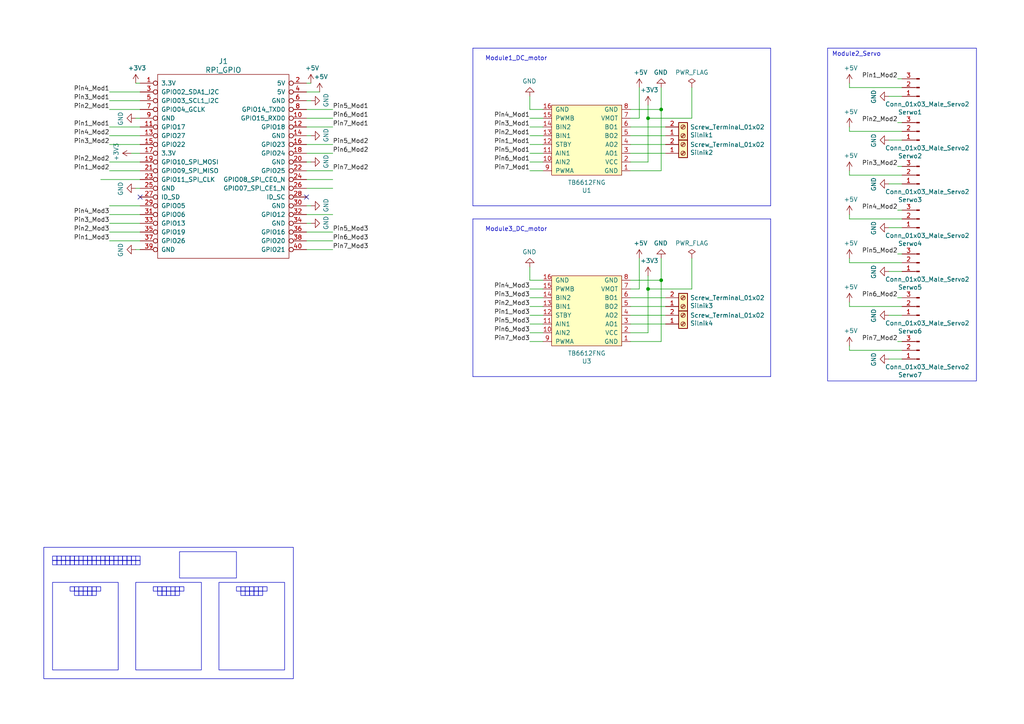
<source format=kicad_sch>
(kicad_sch (version 20230121) (generator eeschema)
  (paper "A4")
  (title_block (title "Mult_Trap_shield_prototype"))
  (lib_symbols
    (symbol "Connector-ML:RPi_GPIO" (pin_names (offset 1.016))
      (property "Reference" "J" (at 19.05 6.35 0))
      (property "Value" "RPi_GPIO" (at 19.05 3.81 0))
      (symbol "RPi_GPIO_0_1"
        (rectangle (start 0 2.54) (end 38.1 -50.8))
      )
      (symbol "RPi_GPIO_1_1"
        (pin power_in inverted (at -5.08 0 0) (length 5.08) (name "3.3V") (number "1"))
        (pin bidirectional inverted (at 43.18 -10.16 180) (length 5.08) (name "GPIO15_RXD0") (number "10"))
        (pin bidirectional inverted (at -5.08 -12.7 0) (length 5.08) (name "GPIO17") (number "11"))
        (pin bidirectional inverted (at 43.18 -12.7 180) (length 5.08) (name "GPIO18") (number "12"))
        (pin bidirectional inverted (at -5.08 -15.24 0) (length 5.08) (name "GPIO27") (number "13"))
        (pin power_in inverted (at 43.18 -15.24 180) (length 5.08) (name "GND") (number "14"))
        (pin bidirectional inverted (at -5.08 -17.78 0) (length 5.08) (name "GPIO22") (number "15"))
        (pin bidirectional inverted (at 43.18 -17.78 180) (length 5.08) (name "GPIO23") (number "16"))
        (pin power_in inverted (at -5.08 -20.32 0) (length 5.08) (name "3.3V") (number "17"))
        (pin bidirectional inverted (at 43.18 -20.32 180) (length 5.08) (name "GPIO24") (number "18"))
        (pin bidirectional inverted (at -5.08 -22.86 0) (length 5.08) (name "GPIO10_SPI_MOSI") (number "19"))
        (pin power_in inverted (at 43.18 0 180) (length 5.08) (name "5V") (number "2"))
        (pin power_in inverted (at 43.18 -22.86 180) (length 5.08) (name "GND") (number "20"))
        (pin bidirectional inverted (at -5.08 -25.4 0) (length 5.08) (name "GPIO09_SPI_MISO") (number "21"))
        (pin bidirectional inverted (at 43.18 -25.4 180) (length 5.08) (name "GPIO25") (number "22"))
        (pin bidirectional inverted (at -5.08 -27.94 0) (length 5.08) (name "GPIO11_SPI_CLK") (number "23"))
        (pin bidirectional inverted (at 43.18 -27.94 180) (length 5.08) (name "GPIO08_SPI_CE0_N") (number "24"))
        (pin power_in inverted (at -5.08 -30.48 0) (length 5.08) (name "GND") (number "25"))
        (pin bidirectional inverted (at 43.18 -30.48 180) (length 5.08) (name "GPIO07_SPI_CE1_N") (number "26"))
        (pin bidirectional inverted (at -5.08 -33.02 0) (length 5.08) (name "ID_SD") (number "27"))
        (pin bidirectional inverted (at 43.18 -33.02 180) (length 5.08) (name "ID_SC") (number "28"))
        (pin bidirectional inverted (at -5.08 -35.56 0) (length 5.08) (name "GPIO05") (number "29"))
        (pin bidirectional inverted (at -5.08 -2.54 0) (length 5.08) (name "GPIO02_SDA1_I2C") (number "3"))
        (pin power_in inverted (at 43.18 -35.56 180) (length 5.08) (name "GND") (number "30"))
        (pin bidirectional inverted (at -5.08 -38.1 0) (length 5.08) (name "GPIO06") (number "31"))
        (pin bidirectional inverted (at 43.18 -38.1 180) (length 5.08) (name "GPIO12") (number "32"))
        (pin bidirectional inverted (at -5.08 -40.64 0) (length 5.08) (name "GPIO13") (number "33"))
        (pin power_in inverted (at 43.18 -40.64 180) (length 5.08) (name "GND") (number "34"))
        (pin bidirectional inverted (at -5.08 -43.18 0) (length 5.08) (name "GPIO19") (number "35"))
        (pin bidirectional inverted (at 43.18 -43.18 180) (length 5.08) (name "GPIO16") (number "36"))
        (pin bidirectional inverted (at -5.08 -45.72 0) (length 5.08) (name "GPIO26") (number "37"))
        (pin bidirectional inverted (at 43.18 -45.72 180) (length 5.08) (name "GPIO20") (number "38"))
        (pin power_in inverted (at -5.08 -48.26 0) (length 5.08) (name "GND") (number "39"))
        (pin power_in inverted (at 43.18 -2.54 180) (length 5.08) (name "5V") (number "4"))
        (pin bidirectional inverted (at 43.18 -48.26 180) (length 5.08) (name "GPIO21") (number "40"))
        (pin bidirectional inverted (at -5.08 -5.08 0) (length 5.08) (name "GPIO03_SCL1_I2C") (number "5"))
        (pin power_in inverted (at 43.18 -5.08 180) (length 5.08) (name "GND") (number "6"))
        (pin bidirectional inverted (at -5.08 -7.62 0) (length 5.08) (name "GPIO04_GCLK") (number "7"))
        (pin bidirectional inverted (at 43.18 -7.62 180) (length 5.08) (name "GPIO14_TXD0") (number "8"))
        (pin power_in inverted (at -5.08 -10.16 0) (length 5.08) (name "GND") (number "9"))
      )
    )
    (symbol "Connector:Conn_01x03_Male" (pin_names (offset 1.016) hide)
      (property "Reference" "J" (at 0 5.08 0))
      (property "Value" "Conn_01x03_Male" (at 0 -5.08 0))
      (symbol "Conn_01x03_Male_1_1"
        (polyline (pts (xy 1.27 -2.54) (xy 0.8636 -2.54)) (stroke (width 0.1524)))
        (polyline (pts (xy 1.27 0) (xy 0.8636 0)) (stroke (width 0.1524)))
        (polyline (pts (xy 1.27 2.54) (xy 0.8636 2.54)) (stroke (width 0.1524)))
        (rectangle (start 0.8636 -2.413) (end 0 -2.667) (stroke (width 0.1524)) (fill (type outline)))
        (rectangle (start 0.8636 0.127) (end 0 -0.127) (stroke (width 0.1524)) (fill (type outline)))
        (rectangle (start 0.8636 2.667) (end 0 2.413) (stroke (width 0.1524)) (fill (type outline)))
        (pin passive line (at 5.08 2.54 180) (length 3.81) (name "Pin_1") (number "1"))
        (pin passive line (at 5.08 0 180) (length 3.81) (name "Pin_2") (number "2"))
        (pin passive line (at 5.08 -2.54 180) (length 3.81) (name "Pin_3") (number "3"))
      )
    )
    (symbol "Connector:Screw_Terminal_01x02" (pin_names (offset 1.016) hide)
      (property "Reference" "J" (at 0 2.54 0))
      (property "Value" "Screw_Terminal_01x02" (at 0 -5.08 0))
      (symbol "Screw_Terminal_01x02_1_1"
        (rectangle (start -1.27 1.27) (end 1.27 -3.81) (stroke (width 0.254)) (fill (type background)))
        (circle (center 0 -2.54) (radius 0.635) (stroke (width 0.1524)))
        (polyline (pts (xy -0.5334 -2.2098) (xy 0.3302 -3.048)) (stroke (width 0.1524)))
        (polyline (pts (xy -0.5334 0.3302) (xy 0.3302 -0.508)) (stroke (width 0.1524)))
        (polyline (pts (xy -0.3556 -2.032) (xy 0.508 -2.8702)) (stroke (width 0.1524)))
        (polyline (pts (xy -0.3556 0.508) (xy 0.508 -0.3302)) (stroke (width 0.1524)))
        (circle (center 0 0) (radius 0.635) (stroke (width 0.1524)))
        (pin passive line (at -5.08 0 0) (length 3.81) (name "Pin_1") (number "1"))
        (pin passive line (at -5.08 -2.54 0) (length 3.81) (name "Pin_2") (number "2"))
      )
    )
    (symbol "Scrub:TB6612FNG" (pin_names (offset 1.016))
      (property "Reference" "U" (at 10.16 21.59 0))
      (property "Value" "Scrub_TB6612FNG" (at 10.16 24.13 0))
      (symbol "TB6612FNG_0_1"
        (rectangle (start 0 20.32) (end 20.32 0) (fill (type background)))
      )
      (symbol "TB6612FNG_1_1"
        (pin bidirectional line (at -2.54 19.05 0) (length 2.54) (name "GND") (number "1"))
        (pin bidirectional line (at 22.86 16.51 180) (length 2.54) (name "AIN2") (number "10"))
        (pin bidirectional line (at 22.86 13.97 180) (length 2.54) (name "AIN1") (number "11"))
        (pin bidirectional line (at 22.86 11.43 180) (length 2.54) (name "STBY") (number "12"))
        (pin bidirectional line (at 22.86 8.89 180) (length 2.54) (name "BIN1") (number "13"))
        (pin bidirectional line (at 22.86 6.35 180) (length 2.54) (name "BIN2") (number "14"))
        (pin bidirectional line (at 22.86 3.81 180) (length 2.54) (name "PWMB") (number "15"))
        (pin bidirectional line (at 22.86 1.27 180) (length 2.54) (name "GND") (number "16"))
        (pin input line (at -2.54 16.51 0) (length 2.54) (name "VCC") (number "2"))
        (pin bidirectional line (at -2.54 13.97 0) (length 2.54) (name "AO1") (number "3"))
        (pin bidirectional line (at -2.54 11.43 0) (length 2.54) (name "AO2") (number "4"))
        (pin bidirectional line (at -2.54 8.89 0) (length 2.54) (name "BO2") (number "5"))
        (pin bidirectional line (at -2.54 6.35 0) (length 2.54) (name "BO1") (number "6"))
        (pin bidirectional line (at -2.54 3.81 0) (length 2.54) (name "VMOT") (number "7"))
        (pin bidirectional line (at -2.54 1.27 0) (length 2.54) (name "GND") (number "8"))
        (pin bidirectional line (at 22.86 19.05 180) (length 2.54) (name "PWMA") (number "9"))
      )
    )
    (symbol "power:+3.3V" (power) (pin_names (offset 0))
      (property "Value" "+3.3V" (at 0 3.556 0))
      (symbol "+3.3V_0_1"
        (polyline (pts (xy -0.762 1.27) (xy 0 2.54)))
        (polyline (pts (xy 0 0) (xy 0 2.54)))
        (polyline (pts (xy 0 2.54) (xy 0.762 1.27)))
      )
      (symbol "+3.3V_1_1"
        (pin power_in line (at 0 0 90) (length 0) hide (name "+3V3") (number "1"))
      )
    )
    (symbol "power:+5V" (power) (pin_names (offset 0))
      (property "Value" "+5V" (at 0 3.556 0))
      (symbol "+5V_0_1"
        (polyline (pts (xy -0.762 1.27) (xy 0 2.54)))
        (polyline (pts (xy 0 0) (xy 0 2.54)))
        (polyline (pts (xy 0 2.54) (xy 0.762 1.27)))
      )
      (symbol "+5V_1_1"
        (pin power_in line (at 0 0 90) (length 0) hide (name "+5V") (number "1"))
      )
    )
    (symbol "power:GND" (power) (pin_names (offset 0))
      (property "Value" "GND" (at 0 -3.81 0))
      (symbol "GND_0_1"
        (polyline (pts (xy 0 0) (xy 0 -1.27) (xy 1.27 -1.27) (xy 0 -2.54) (xy -1.27 -1.27) (xy 0 -1.27)))
      )
      (symbol "GND_1_1"
        (pin power_in line (at 0 0 270) (length 0) hide (name "GND") (number "1"))
      )
    )
    (symbol "power:PWR_FLAG" (power) (pin_numbers hide) (pin_names (offset 0) hide)
      (property "Value" "PWR_FLAG" (at 0 3.81 0))
      (symbol "PWR_FLAG_0_0"
        (pin power_out line (at 0 0 90) (length 0) (name "pwr") (number "1"))
      )
      (symbol "PWR_FLAG_0_1"
        (polyline (pts (xy 0 0) (xy 0 1.27) (xy -1.016 1.905) (xy 0 2.54) (xy 1.016 1.905) (xy 0 1.27)))
      )
    )
  )
  (junction (at 187.96 34.29))
  (junction (at 187.96 83.82))
  (junction (at 191.77 81.28))
  (junction (at 191.77 31.75))
  (no_connect (at 88.9 57.15))
  (no_connect (at 40.64 57.15))
  (wire (pts (xy 88.9 67.31) (xy 96.52 67.31)))
  (wire (pts (xy 182.88 34.29) (xy 185.42 34.29)))
  (wire (pts (xy 246.38 88.9) (xy 261.62 88.9)))
  (wire (pts (xy 257.81 27.94) (xy 261.62 27.94)))
  (wire (pts (xy 182.88 39.37) (xy 193.04 39.37)))
  (wire (pts (xy 200.66 83.82) (xy 187.96 83.82)))
  (wire (pts (xy 246.38 24.13) (xy 246.38 25.4)))
  (wire (pts (xy 157.48 91.44) (xy 153.67 91.44)))
  (wire (pts (xy 31.75 62.23) (xy 40.64 62.23)))
  (wire (pts (xy 187.96 30.48) (xy 187.96 34.29)))
  (wire (pts (xy 182.88 44.45) (xy 193.04 44.45)))
  (wire (pts (xy 246.38 36.83) (xy 246.38 38.1)))
  (polyline (pts (xy 137.16 13.97) (xy 223.52 13.97)))
  (wire (pts (xy 182.88 49.53) (xy 191.77 49.53)))
  (wire (pts (xy 246.38 76.2) (xy 261.62 76.2)))
  (wire (pts (xy 191.77 49.53) (xy 191.77 31.75)))
  (wire (pts (xy 157.48 34.29) (xy 153.67 34.29)))
  (wire (pts (xy 182.88 93.98) (xy 193.04 93.98)))
  (wire (pts (xy 257.81 53.34) (xy 261.62 53.34)))
  (polyline (pts (xy 137.16 59.69) (xy 137.16 13.97)))
  (wire (pts (xy 157.48 49.53) (xy 153.67 49.53)))
  (wire (pts (xy 246.38 50.8) (xy 261.62 50.8)))
  (wire (pts (xy 153.67 31.75) (xy 153.67 27.94)))
  (wire (pts (xy 88.9 49.53) (xy 96.52 49.53)))
  (wire (pts (xy 88.9 24.13) (xy 90.17 24.13)))
  (wire (pts (xy 185.42 83.82) (xy 185.42 74.93)))
  (wire (pts (xy 187.96 83.82) (xy 187.96 96.52)))
  (wire (pts (xy 157.48 96.52) (xy 153.67 96.52)))
  (wire (pts (xy 246.38 101.6) (xy 261.62 101.6)))
  (wire (pts (xy 88.9 36.83) (xy 96.52 36.83)))
  (wire (pts (xy 182.88 86.36) (xy 193.04 86.36)))
  (wire (pts (xy 246.38 87.63) (xy 246.38 88.9)))
  (wire (pts (xy 40.64 72.39) (xy 39.37 72.39)))
  (wire (pts (xy 40.64 34.29) (xy 39.37 34.29)))
  (wire (pts (xy 157.48 86.36) (xy 153.67 86.36)))
  (wire (pts (xy 31.75 41.91) (xy 40.64 41.91)))
  (wire (pts (xy 200.66 34.29) (xy 187.96 34.29)))
  (wire (pts (xy 88.9 52.07) (xy 96.52 52.07)))
  (polyline (pts (xy 137.16 63.5) (xy 223.52 63.5)))
  (wire (pts (xy 88.9 26.67) (xy 92.71 26.67)))
  (wire (pts (xy 31.75 49.53) (xy 40.64 49.53)))
  (wire (pts (xy 88.9 39.37) (xy 90.17 39.37)))
  (wire (pts (xy 257.81 91.44) (xy 261.62 91.44)))
  (wire (pts (xy 157.48 88.9) (xy 153.67 88.9)))
  (wire (pts (xy 157.48 99.06) (xy 153.67 99.06)))
  (wire (pts (xy 246.38 63.5) (xy 261.62 63.5)))
  (wire (pts (xy 185.42 34.29) (xy 185.42 25.4)))
  (wire (pts (xy 182.88 83.82) (xy 185.42 83.82)))
  (polyline (pts (xy 137.16 59.69) (xy 223.52 59.69)))
  (wire (pts (xy 191.77 99.06) (xy 191.77 81.28)))
  (wire (pts (xy 182.88 99.06) (xy 191.77 99.06)))
  (wire (pts (xy 31.75 26.67) (xy 40.64 26.67)))
  (wire (pts (xy 182.88 41.91) (xy 193.04 41.91)))
  (wire (pts (xy 88.9 69.85) (xy 96.52 69.85)))
  (wire (pts (xy 88.9 29.21) (xy 90.17 29.21)))
  (polyline (pts (xy 223.52 63.5) (xy 223.52 109.22)))
  (wire (pts (xy 31.75 64.77) (xy 40.64 64.77)))
  (wire (pts (xy 157.48 46.99) (xy 153.67 46.99)))
  (wire (pts (xy 88.9 34.29) (xy 96.52 34.29)))
  (wire (pts (xy 153.67 81.28) (xy 153.67 77.47)))
  (wire (pts (xy 157.48 81.28) (xy 153.67 81.28)))
  (wire (pts (xy 257.81 78.74) (xy 261.62 78.74)))
  (wire (pts (xy 182.88 46.99) (xy 187.96 46.99)))
  (wire (pts (xy 191.77 31.75) (xy 191.77 25.4)))
  (wire (pts (xy 261.62 60.96) (xy 260.35 60.96)))
  (wire (pts (xy 88.9 59.69) (xy 90.17 59.69)))
  (wire (pts (xy 88.9 44.45) (xy 96.52 44.45)))
  (wire (pts (xy 191.77 81.28) (xy 191.77 74.93)))
  (wire (pts (xy 157.48 44.45) (xy 153.67 44.45)))
  (wire (pts (xy 246.38 25.4) (xy 261.62 25.4)))
  (wire (pts (xy 182.88 81.28) (xy 191.77 81.28)))
  (wire (pts (xy 257.81 66.04) (xy 261.62 66.04)))
  (wire (pts (xy 40.64 24.13) (xy 39.37 24.13)))
  (wire (pts (xy 157.48 83.82) (xy 153.67 83.82)))
  (wire (pts (xy 261.62 86.36) (xy 260.35 86.36)))
  (wire (pts (xy 200.66 25.4) (xy 200.66 34.29)))
  (wire (pts (xy 31.75 46.99) (xy 40.64 46.99)))
  (wire (pts (xy 246.38 100.33) (xy 246.38 101.6)))
  (wire (pts (xy 261.62 22.86) (xy 260.35 22.86)))
  (wire (pts (xy 157.48 93.98) (xy 153.67 93.98)))
  (wire (pts (xy 96.52 54.61) (xy 88.9 54.61)))
  (wire (pts (xy 182.88 36.83) (xy 193.04 36.83)))
  (wire (pts (xy 31.75 36.83) (xy 40.64 36.83)))
  (wire (pts (xy 88.9 46.99) (xy 90.17 46.99)))
  (polyline (pts (xy 223.52 13.97) (xy 223.52 59.69)))
  (wire (pts (xy 157.48 36.83) (xy 153.67 36.83)))
  (wire (pts (xy 157.48 41.91) (xy 153.67 41.91)))
  (wire (pts (xy 187.96 34.29) (xy 187.96 46.99)))
  (wire (pts (xy 31.75 69.85) (xy 40.64 69.85)))
  (wire (pts (xy 246.38 49.53) (xy 246.38 50.8)))
  (wire (pts (xy 31.75 39.37) (xy 40.64 39.37)))
  (wire (pts (xy 88.9 72.39) (xy 96.52 72.39)))
  (wire (pts (xy 31.75 31.75) (xy 40.64 31.75)))
  (wire (pts (xy 200.66 74.93) (xy 200.66 83.82)))
  (wire (pts (xy 29.21 52.07) (xy 40.64 52.07)))
  (wire (pts (xy 40.64 29.21) (xy 31.75 29.21)))
  (wire (pts (xy 38.1 44.45) (xy 40.64 44.45)))
  (wire (pts (xy 88.9 31.75) (xy 96.52 31.75)))
  (wire (pts (xy 257.81 40.64) (xy 261.62 40.64)))
  (wire (pts (xy 261.62 35.56) (xy 260.35 35.56)))
  (wire (pts (xy 187.96 80.01) (xy 187.96 83.82)))
  (wire (pts (xy 261.62 73.66) (xy 260.35 73.66)))
  (wire (pts (xy 261.62 48.26) (xy 260.35 48.26)))
  (wire (pts (xy 246.38 62.23) (xy 246.38 63.5)))
  (wire (pts (xy 261.62 99.06) (xy 260.35 99.06)))
  (wire (pts (xy 88.9 62.23) (xy 96.52 62.23)))
  (wire (pts (xy 246.38 74.93) (xy 246.38 76.2)))
  (wire (pts (xy 88.9 41.91) (xy 96.52 41.91)))
  (wire (pts (xy 157.48 31.75) (xy 153.67 31.75)))
  (polyline (pts (xy 137.16 109.22) (xy 223.52 109.22)))
  (wire (pts (xy 31.75 67.31) (xy 40.64 67.31)))
  (wire (pts (xy 88.9 64.77) (xy 90.17 64.77)))
  (wire (pts (xy 157.48 39.37) (xy 153.67 39.37)))
  (wire (pts (xy 257.81 104.14) (xy 261.62 104.14)))
  (wire (pts (xy 40.64 54.61) (xy 39.37 54.61)))
  (wire (pts (xy 182.88 96.52) (xy 187.96 96.52)))
  (wire (pts (xy 182.88 88.9) (xy 193.04 88.9)))
  (wire (pts (xy 182.88 31.75) (xy 191.77 31.75)))
  (polyline (pts (xy 137.16 109.22) (xy 137.16 63.5)))
  (wire (pts (xy 31.75 59.69) (xy 40.64 59.69)))
  (wire (pts (xy 246.38 38.1) (xy 261.62 38.1)))
  (wire (pts (xy 182.88 91.44) (xy 193.04 91.44)))
  (rectangle (start 12.7 158.75) (end 85.09 196.85))
  (rectangle (start 31.75 162.56) (end 33.02 163.83))
  (rectangle (start 46.99 170.18) (end 48.26 171.45))
  (rectangle (start 52.07 170.18) (end 53.34 171.45))
  (rectangle (start 45.72 170.18) (end 46.99 171.45))
  (rectangle (start 30.48 162.56) (end 31.75 163.83))
  (rectangle (start 19.05 161.29) (end 20.32 162.56))
  (rectangle (start 45.72 171.45) (end 46.99 172.72))
  (rectangle (start 74.93 171.45) (end 76.2 172.72))
  (rectangle (start 39.37 161.29) (end 40.64 162.56))
  (rectangle (start 69.85 171.45) (end 71.12 172.72))
  (rectangle (start 20.32 162.56) (end 21.59 163.83))
  (rectangle (start 15.24 168.91) (end 34.29 194.31))
  (rectangle (start 19.05 162.56) (end 20.32 163.83))
  (rectangle (start 73.66 170.18) (end 74.93 171.45))
  (rectangle (start 39.37 162.56) (end 40.64 163.83))
  (rectangle (start 71.12 171.45) (end 72.39 172.72))
  (rectangle (start 69.85 170.18) (end 71.12 171.45))
  (rectangle (start 24.13 171.45) (end 25.4 172.72))
  (rectangle (start 26.67 170.18) (end 27.94 171.45))
  (rectangle (start 16.51 162.56) (end 17.78 163.83))
  (rectangle (start 24.13 161.29) (end 25.4 162.56))
  (rectangle (start 46.99 171.45) (end 48.26 172.72))
  (rectangle (start 36.83 162.56) (end 38.1 163.83))
  (rectangle (start 25.4 170.18) (end 26.67 171.45))
  (rectangle (start 29.21 161.29) (end 30.48 162.56))
  (rectangle (start 30.48 161.29) (end 31.75 162.56))
  (rectangle (start 50.8 171.45) (end 52.07 172.72))
  (rectangle (start 63.5 168.91) (end 82.55 194.31))
  (rectangle (start 72.39 170.18) (end 73.66 171.45))
  (rectangle (start 52.07 160.02) (end 68.58 167.64))
  (rectangle (start 21.59 161.29) (end 22.86 162.56))
  (rectangle (start 25.4 171.45) (end 26.67 172.72))
  (rectangle (start 22.86 171.45) (end 24.13 172.72))
  (rectangle (start 35.56 161.29) (end 36.83 162.56))
  (rectangle (start 29.21 162.56) (end 30.48 163.83))
  (rectangle (start 21.59 170.18) (end 22.86 171.45))
  (rectangle (start 35.56 162.56) (end 36.83 163.83))
  (rectangle (start 34.29 161.29) (end 35.56 162.56))
  (rectangle (start 74.93 170.18) (end 76.2 171.45))
  (rectangle (start 27.94 170.18) (end 29.21 171.45))
  (rectangle (start 44.45 170.18) (end 45.72 171.45))
  (rectangle (start 15.24 161.29) (end 16.51 162.56))
  (rectangle (start 48.26 170.18) (end 49.53 171.45))
  (rectangle (start 27.94 161.29) (end 29.21 162.56))
  (rectangle (start 26.67 161.29) (end 27.94 162.56))
  (rectangle (start 50.8 170.18) (end 52.07 171.45))
  (rectangle (start 48.26 171.45) (end 49.53 172.72))
  (rectangle (start 17.78 162.56) (end 19.05 163.83))
  (rectangle (start 22.86 162.56) (end 24.13 163.83))
  (rectangle (start 240.03 13.97) (end 283.21 110.49))
  (rectangle (start 17.78 161.29) (end 19.05 162.56))
  (rectangle (start 24.13 162.56) (end 25.4 163.83))
  (rectangle (start 25.4 162.56) (end 26.67 163.83))
  (rectangle (start 26.67 162.56) (end 27.94 163.83))
  (rectangle (start 15.24 162.56) (end 16.51 163.83))
  (rectangle (start 72.39 171.45) (end 73.66 172.72))
  (rectangle (start 24.13 170.18) (end 25.4 171.45))
  (rectangle (start 73.66 171.45) (end 74.93 172.72))
  (rectangle (start 76.2 170.18) (end 77.47 171.45))
  (rectangle (start 26.67 171.45) (end 27.94 172.72))
  (rectangle (start 49.53 171.45) (end 50.8 172.72))
  (rectangle (start 31.75 161.29) (end 33.02 162.56))
  (rectangle (start 25.4 161.29) (end 26.67 162.56))
  (rectangle (start 20.32 161.29) (end 21.59 162.56))
  (rectangle (start 33.02 162.56) (end 34.29 163.83))
  (rectangle (start 39.37 168.91) (end 58.42 194.31))
  (rectangle (start 27.94 162.56) (end 29.21 163.83))
  (rectangle (start 36.83 161.29) (end 38.1 162.56))
  (rectangle (start 20.32 170.18) (end 21.59 171.45))
  (rectangle (start 68.58 170.18) (end 69.85 171.45))
  (rectangle (start 38.1 162.56) (end 39.37 163.83))
  (rectangle (start 38.1 161.29) (end 39.37 162.56))
  (rectangle (start 22.86 170.18) (end 24.13 171.45))
  (rectangle (start 71.12 170.18) (end 72.39 171.45))
  (rectangle (start 33.02 161.29) (end 34.29 162.56))
  (rectangle (start 22.86 161.29) (end 24.13 162.56))
  (rectangle (start 49.53 170.18) (end 50.8 171.45))
  (rectangle (start 16.51 161.29) (end 17.78 162.56))
  (rectangle (start 34.29 162.56) (end 35.56 163.83))
  (rectangle (start 21.59 171.45) (end 22.86 172.72))
  (rectangle (start 21.59 162.56) (end 22.86 163.83))
  (text "Module1_DC_motor\n" (at 158.75 17.78 0) (effects (font (size 1.27 1.27)) (justify right bottom)))
  (text "Module2_Servo\n" (at 241.3 16.51 0) (effects (font (size 1.27 1.27)) (justify left bottom)))
  (text "Module3_DC_motor\n" (at 158.75 67.31 0) (effects (font (size 1.27 1.27)) (justify right bottom)))
  (label "Pin7_Mod2" (at 260.35 99.06 180))
  (label "Pin3_Mod2" (at 31.75 41.91 180))
  (label "Pin3_Mod1" (at 153.67 36.83 180))
  (label "Pin1_Mod1" (at 153.67 41.91 180))
  (label "Pin2_Mod2" (at 31.75 46.99 180))
  (label "Pin6_Mod2" (at 260.35 86.36 180))
  (label "Pin6_Mod1" (at 153.67 46.99 180))
  (label "Pin6_Mod3" (at 96.52 69.85 0))
  (label "Pin2_Mod3" (at 31.75 67.31 180))
  (label "Pin1_Mod2" (at 31.75 49.53 180))
  (label "Pin5_Mod3" (at 153.67 93.98 180))
  (label "Pin4_Mod2" (at 31.75 39.37 180))
  (label "Pin1_Mod1" (at 31.75 36.83 180))
  (label "Pin4_Mod1" (at 153.67 34.29 180))
  (label "Pin7_Mod3" (at 96.52 72.39 0))
  (label "Pin5_Mod3" (at 96.52 67.31 0))
  (label "Pin7_Mod2" (at 96.52 49.53 0))
  (label "Pin1_Mod2" (at 260.35 22.86 180))
  (label "Pin3_Mod3" (at 31.75 64.77 180))
  (label "Pin3_Mod1" (at 31.75 29.21 180))
  (label "Pin2_Mod3" (at 153.67 88.9 180))
  (label "Pin5_Mod1" (at 96.52 31.75 0))
  (label "Pin4_Mod1" (at 31.75 26.67 180))
  (label "Pin2_Mod1" (at 31.75 31.75 180))
  (label "Pin5_Mod2" (at 260.35 73.66 180))
  (label "Pin1_Mod3" (at 153.67 91.44 180))
  (label "Pin2_Mod1" (at 153.67 39.37 180))
  (label "Pin7_Mod1" (at 153.67 49.53 180))
  (label "Pin4_Mod2" (at 260.35 60.96 180))
  (label "Pin3_Mod3" (at 153.67 86.36 180))
  (label "Pin4_Mod3" (at 31.75 62.23 180))
  (label "Pin5_Mod1" (at 153.67 44.45 180))
  (label "Pin1_Mod3" (at 31.75 69.85 180))
  (label "Pin6_Mod1" (at 96.52 34.29 0))
  (label "Pin6_Mod3" (at 153.67 96.52 180))
  (label "Pin7_Mod3" (at 153.67 99.06 180))
  (label "Pin2_Mod2" (at 260.35 35.56 180))
  (label "Pin5_Mod2" (at 96.52 41.91 0))
  (label "Pin3_Mod2" (at 260.35 48.26 180))
  (label "Pin6_Mod2" (at 96.52 44.45 0))
  (label "Pin4_Mod3" (at 153.67 83.82 180))
  (label "Pin7_Mod1" (at 96.52 36.83 0))
  (symbol (lib_id "power:GND") (at 257.81 27.94 270) (unit 1)
    (property "Reference" "#PWR023" (effects hide))
    (property "Value" "GND" (at 253.4158 28.067 0))
  )
  (symbol (lib_id "Connector:Conn_01x03_Male") (at 266.7 38.1 180) (unit 1)
    (property "Reference" "Serwo2" (at 263.9568 45.2374 0))
    (property "Value" "Conn_01x03_Male_Servo2" (at 268.9606 42.926 0))
    (property "Footprint" "Connector_PinHeader_2.54mm:PinHeader_1x03_P2.54mm_Vertical" (effects hide))
  )
  (symbol (lib_id "power:GND") (at 153.67 27.94 180) (unit 1)
    (property "Reference" "#PWR01" (effects hide))
    (property "Value" "GND" (at 153.543 23.5458 0))
  )
  (symbol (lib_id "power:GND") (at 39.37 54.61 270) (unit 1)
    (property "Reference" "#PWR015" (effects hide))
    (property "Value" "GND" (at 34.9758 54.737 0))
  )
  (symbol (lib_id "power:+3.3V") (at 187.96 30.48 0) (unit 1)
    (property "Reference" "#PWR03" (effects hide))
    (property "Value" "+3.3V" (at 188.341 26.0858 0))
  )
  (symbol (lib_id "power:+5V") (at 92.71 26.67 0) (unit 1)
    (property "Reference" "#PWR019" (effects hide))
    (property "Value" "+5V" (at 93.091 22.2758 0))
  )
  (symbol (lib_id "Connector-ML:RPi_GPIO") (at 45.72 24.13 0) (unit 1)
    (property "Reference" "J1" (at 64.77 17.78 0) (effects (font (size 1.524 1.524))))
    (property "Value" "RPi_GPIO" (at 64.77 20.32 0) (effects (font (size 1.524 1.524))))
    (property "Footprint" "Scrub:PinSocket_2x20_P2.54mm_Vertical_Centered_Anchor" (effects hide))
  )
  (symbol (lib_id "power:GND") (at 90.17 46.99 90) (unit 1)
    (property "Reference" "#PWR021" (effects hide))
    (property "Value" "GND" (at 94.5642 46.863 0))
  )
  (symbol (lib_id "power:+5V") (at 246.38 87.63 0) (unit 1)
    (property "Reference" "#PWR05" (effects hide))
    (property "Value" "+5V" (at 246.761 83.2358 0))
  )
  (symbol (lib_id "power:GND") (at 90.17 64.77 90) (unit 1)
    (property "Reference" "#PWR024" (effects hide))
    (property "Value" "GND" (at 94.5642 64.643 0))
  )
  (symbol (lib_id "power:+5V") (at 246.38 49.53 0) (unit 1)
    (property "Reference" "#PWR028" (effects hide))
    (property "Value" "+5V" (at 246.761 45.1358 0))
  )
  (symbol (lib_id "Connector:Screw_Terminal_01x02") (at 198.12 39.37 0) (mirror x) (unit 1)
    (property "Reference" "Silnik1" (at 200.152 39.1668 0) (effects (justify left)))
    (property "Value" "Screw_Terminal_01x02" (at 200.152 36.8554 0) (effects (justify left)))
    (property "Footprint" "TerminalBlock:TerminalBlock_bornier-2_P5.08mm" (effects hide))
  )
  (symbol (lib_id "Connector:Conn_01x03_Male") (at 266.7 88.9 180) (unit 1)
    (property "Reference" "Serwo6" (at 263.9568 96.0374 0))
    (property "Value" "Conn_01x03_Male_Servo2" (at 268.9606 93.726 0))
    (property "Footprint" "Connector_PinHeader_2.54mm:PinHeader_1x03_P2.54mm_Vertical" (effects hide))
  )
  (symbol (lib_id "power:GND") (at 257.81 91.44 270) (unit 1)
    (property "Reference" "#PWR06" (effects hide))
    (property "Value" "GND" (at 253.4158 91.567 0))
  )
  (symbol (lib_id "power:+5V") (at 246.38 36.83 0) (unit 1)
    (property "Reference" "#PWR026" (effects hide))
    (property "Value" "+5V" (at 246.761 32.4358 0))
  )
  (symbol (lib_id "Scrub:TB6612FNG") (at 180.34 80.01 180) (unit 1)
    (property "Reference" "U3" (at 170.18 104.775 0))
    (property "Value" "TB6612FNG" (at 170.18 102.4636 0))
    (property "Footprint" "Scrub:TB6612FNG" (effects hide))
  )
  (symbol (lib_id "power:GND") (at 39.37 72.39 270) (unit 1)
    (property "Reference" "#PWR014" (effects hide))
    (property "Value" "GND" (at 34.9758 72.517 0))
  )
  (symbol (lib_id "power:GND") (at 257.81 66.04 270) (unit 1)
    (property "Reference" "#PWR031" (effects hide))
    (property "Value" "GND" (at 253.4158 66.167 0))
  )
  (symbol (lib_id "power:GND") (at 257.81 78.74 270) (unit 1)
    (property "Reference" "#PWR033" (effects hide))
    (property "Value" "GND" (at 253.4158 78.867 0))
  )
  (symbol (lib_id "power:+5V") (at 246.38 62.23 0) (unit 1)
    (property "Reference" "#PWR030" (effects hide))
    (property "Value" "+5V" (at 246.761 57.8358 0))
  )
  (symbol (lib_id "power:GND") (at 90.17 39.37 90) (unit 1)
    (property "Reference" "#PWR012" (effects hide))
    (property "Value" "GND" (at 94.5642 39.243 0))
  )
  (symbol (lib_id "power:+3.3V") (at 38.1 44.45 90) (unit 1)
    (property "Reference" "#PWR020" (effects hide))
    (property "Value" "+3.3V" (at 33.7058 44.069 0))
  )
  (symbol (lib_id "Connector:Conn_01x03_Male") (at 266.7 63.5 180) (unit 1)
    (property "Reference" "Serwo4" (at 263.9568 70.6374 0))
    (property "Value" "Conn_01x03_Male_Servo2" (at 268.9606 68.326 0))
    (property "Footprint" "Connector_PinHeader_2.54mm:PinHeader_1x03_P2.54mm_Vertical" (effects hide))
  )
  (symbol (lib_id "Connector:Conn_01x03_Male") (at 266.7 50.8 180) (unit 1)
    (property "Reference" "Serwo3" (at 263.9568 57.9374 0))
    (property "Value" "Conn_01x03_Male_Servo2" (at 268.9606 55.626 0))
    (property "Footprint" "Connector_PinHeader_2.54mm:PinHeader_1x03_P2.54mm_Vertical" (effects hide))
  )
  (symbol (lib_id "power:PWR_FLAG") (at 200.66 74.93 0) (unit 1)
    (property "Reference" "#FLG02" (effects hide))
    (property "Value" "PWR_FLAG" (at 200.66 70.5358 0))
  )
  (symbol (lib_id "power:+5V") (at 246.38 74.93 0) (unit 1)
    (property "Reference" "#PWR032" (effects hide))
    (property "Value" "+5V" (at 246.761 70.5358 0))
  )
  (symbol (lib_id "power:+5V") (at 185.42 74.93 0) (unit 1)
    (property "Reference" "#PWR034" (effects hide))
    (property "Value" "+5V" (at 185.801 70.5358 0))
  )
  (symbol (lib_id "power:GND") (at 257.81 40.64 270) (unit 1)
    (property "Reference" "#PWR027" (effects hide))
    (property "Value" "GND" (at 253.4158 40.767 0))
  )
  (symbol (lib_id "Scrub:TB6612FNG") (at 180.34 30.48 180) (unit 1)
    (property "Reference" "U1" (at 170.18 55.245 0))
    (property "Value" "TB6612FNG" (at 170.18 52.9336 0))
    (property "Footprint" "Scrub:TB6612FNG" (effects hide))
  )
  (symbol (lib_id "power:+5V") (at 90.17 24.13 0) (unit 1)
    (property "Reference" "#PWR018" (effects hide))
    (property "Value" "+5V" (at 90.551 19.7358 0))
  )
  (symbol (lib_id "Connector:Conn_01x03_Male") (at 266.7 25.4 180) (unit 1)
    (property "Reference" "Serwo1" (at 263.9568 32.5374 0))
    (property "Value" "Conn_01x03_Male_Servo2" (at 268.9606 30.226 0))
    (property "Footprint" "Connector_PinHeader_2.54mm:PinHeader_1x03_P2.54mm_Vertical" (effects hide))
  )
  (symbol (lib_id "power:GND") (at 153.67 77.47 180) (unit 1)
    (property "Reference" "#PWR025" (effects hide))
    (property "Value" "GND" (at 153.543 73.0758 0))
  )
  (symbol (lib_id "Connector:Conn_01x03_Male") (at 266.7 101.6 180) (unit 1)
    (property "Reference" "Serwo7" (at 263.9568 108.7374 0))
    (property "Value" "Conn_01x03_Male_Servo2" (at 268.9606 106.426 0))
    (property "Footprint" "Connector_PinHeader_2.54mm:PinHeader_1x03_P2.54mm_Vertical" (effects hide))
  )
  (symbol (lib_id "power:+5V") (at 246.38 24.13 0) (unit 1)
    (property "Reference" "#PWR022" (effects hide))
    (property "Value" "+5V" (at 246.761 19.7358 0))
  )
  (symbol (lib_id "power:GND") (at 90.17 29.21 90) (unit 1)
    (property "Reference" "#PWR013" (effects hide))
    (property "Value" "GND" (at 94.5642 29.083 0))
  )
  (symbol (lib_id "power:+3.3V") (at 39.37 24.13 0) (unit 1)
    (property "Reference" "#PWR017" (effects hide))
    (property "Value" "+3.3V" (at 39.751 19.7358 0))
  )
  (symbol (lib_id "power:GND") (at 257.81 104.14 270) (unit 1)
    (property "Reference" "#PWR08" (effects hide))
    (property "Value" "GND" (at 253.4158 104.267 0))
  )
  (symbol (lib_id "Connector:Conn_01x03_Male") (at 266.7 76.2 180) (unit 1)
    (property "Reference" "Serwo5" (at 263.9568 83.3374 0))
    (property "Value" "Conn_01x03_Male_Servo2" (at 268.9606 81.026 0))
    (property "Footprint" "Connector_PinHeader_2.54mm:PinHeader_1x03_P2.54mm_Vertical" (effects hide))
  )
  (symbol (lib_id "power:GND") (at 191.77 74.93 180) (unit 1)
    (property "Reference" "#PWR036" (effects hide))
    (property "Value" "GND" (at 191.643 70.5358 0))
  )
  (symbol (lib_id "power:PWR_FLAG") (at 200.66 25.4 0) (unit 1)
    (property "Reference" "#FLG01" (effects hide))
    (property "Value" "PWR_FLAG" (at 200.66 21.0058 0))
  )
  (symbol (lib_id "power:GND") (at 90.17 59.69 90) (unit 1)
    (property "Reference" "#PWR011" (effects hide))
    (property "Value" "GND" (at 94.5642 59.563 0))
  )
  (symbol (lib_id "power:+3.3V") (at 187.96 80.01 0) (unit 1)
    (property "Reference" "#PWR035" (effects hide))
    (property "Value" "+3.3V" (at 188.341 75.6158 0))
  )
  (symbol (lib_id "Connector:Screw_Terminal_01x02") (at 198.12 44.45 0) (mirror x) (unit 1)
    (property "Reference" "Silnik2" (at 200.152 44.2468 0) (effects (justify left)))
    (property "Value" "Screw_Terminal_01x02" (at 200.152 41.9354 0) (effects (justify left)))
    (property "Footprint" "TerminalBlock:TerminalBlock_bornier-2_P5.08mm" (effects hide))
  )
  (symbol (lib_id "power:GND") (at 39.37 34.29 270) (unit 1)
    (property "Reference" "#PWR016" (effects hide))
    (property "Value" "GND" (at 34.9758 34.417 0))
  )
  (symbol (lib_id "power:+5V") (at 246.38 100.33 0) (unit 1)
    (property "Reference" "#PWR07" (effects hide))
    (property "Value" "+5V" (at 246.761 95.9358 0))
  )
  (symbol (lib_id "Connector:Screw_Terminal_01x02") (at 198.12 93.98 0) (mirror x) (unit 1)
    (property "Reference" "Silnik4" (at 200.152 93.7768 0) (effects (justify left)))
    (property "Value" "Screw_Terminal_01x02" (at 200.152 91.4654 0) (effects (justify left)))
    (property "Footprint" "TerminalBlock:TerminalBlock_bornier-2_P5.08mm" (effects hide))
  )
  (symbol (lib_id "power:GND") (at 191.77 25.4 180) (unit 1)
    (property "Reference" "#PWR04" (effects hide))
    (property "Value" "GND" (at 191.643 21.0058 0))
  )
  (symbol (lib_id "power:GND") (at 257.81 53.34 270) (unit 1)
    (property "Reference" "#PWR029" (effects hide))
    (property "Value" "GND" (at 253.4158 53.467 0))
  )
  (symbol (lib_id "power:+5V") (at 185.42 25.4 0) (unit 1)
    (property "Reference" "#PWR02" (effects hide))
    (property "Value" "+5V" (at 185.801 21.0058 0))
  )
  (symbol (lib_id "Connector:Screw_Terminal_01x02") (at 198.12 88.9 0) (mirror x) (unit 1)
    (property "Reference" "Silnik3" (at 200.152 88.6968 0) (effects (justify left)))
    (property "Value" "Screw_Terminal_01x02" (at 200.152 86.3854 0) (effects (justify left)))
    (property "Footprint" "TerminalBlock:TerminalBlock_bornier-2_P5.08mm" (effects hide))
  )
)
</source>
